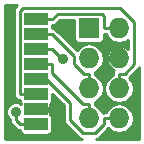
<source format=gtl>
G04 #@! TF.FileFunction,Copper,L1,Top,Signal*
%FSLAX46Y46*%
G04 Gerber Fmt 4.6, Leading zero omitted, Abs format (unit mm)*
G04 Created by KiCad (PCBNEW 4.0.4-stable) date Monday 13 March 2017 'à' 21:28:55*
%MOMM*%
%LPD*%
G01*
G04 APERTURE LIST*
%ADD10C,0.100000*%
%ADD11R,2.000000X1.000000*%
%ADD12R,1.727200X1.727200*%
%ADD13O,1.727200X1.727200*%
%ADD14C,0.889000*%
%ADD15C,0.254000*%
G04 APERTURE END LIST*
D10*
D11*
X56900000Y-44450000D03*
X56900000Y-43180000D03*
X56900000Y-41910000D03*
X56900000Y-40640000D03*
X56900000Y-39370000D03*
X56900000Y-38100000D03*
X56900000Y-36830000D03*
X56900000Y-35560000D03*
D12*
X61400000Y-36350000D03*
D13*
X63940000Y-36350000D03*
X61400000Y-38890000D03*
X63940000Y-38890000D03*
X61400000Y-41430000D03*
X63940000Y-41430000D03*
X61400000Y-43970000D03*
X63940000Y-43970000D03*
D14*
X55200000Y-43413100D03*
X58613700Y-43171400D03*
X59201700Y-38947300D03*
D15*
X56900000Y-44450000D02*
X55518700Y-44450000D01*
X55200000Y-44131300D02*
X55200000Y-43413100D01*
X55518700Y-44450000D02*
X55200000Y-44131300D01*
X58289900Y-43171400D02*
X58281300Y-43180000D01*
X58613700Y-43171400D02*
X58289900Y-43171400D01*
X56900000Y-43180000D02*
X58281300Y-43180000D01*
X56900000Y-38100000D02*
X58281300Y-38100000D01*
X59128600Y-38947300D02*
X59201700Y-38947300D01*
X58281300Y-38100000D02*
X59128600Y-38947300D01*
X60155100Y-38703800D02*
X58281300Y-36830000D01*
X60155100Y-39407100D02*
X60155100Y-38703800D01*
X60933100Y-40185100D02*
X60155100Y-39407100D01*
X61400000Y-40185100D02*
X60933100Y-40185100D01*
X61400000Y-41430000D02*
X61400000Y-40185100D01*
X56900000Y-36830000D02*
X58281300Y-36830000D01*
X55518700Y-34865300D02*
X55518700Y-41910000D01*
X55799900Y-34584100D02*
X55518700Y-34865300D01*
X63988000Y-34584100D02*
X55799900Y-34584100D01*
X65192200Y-35788300D02*
X63988000Y-34584100D01*
X65192200Y-39399700D02*
X65192200Y-35788300D01*
X64406800Y-40185100D02*
X65192200Y-39399700D01*
X63940000Y-40185100D02*
X64406800Y-40185100D01*
X63940000Y-41430000D02*
X63940000Y-40185100D01*
X56900000Y-41910000D02*
X55518700Y-41910000D01*
X58281300Y-40150800D02*
X58281300Y-39370000D01*
X60855600Y-42725100D02*
X58281300Y-40150800D01*
X61400000Y-42725100D02*
X60855600Y-42725100D01*
X61400000Y-43970000D02*
X61400000Y-42725100D01*
X56900000Y-39370000D02*
X58281300Y-39370000D01*
X57770400Y-40640000D02*
X56900000Y-40640000D01*
X59757000Y-42626600D02*
X57770400Y-40640000D01*
X59757000Y-44118300D02*
X59757000Y-42626600D01*
X60872600Y-45233900D02*
X59757000Y-44118300D01*
X61898000Y-45233900D02*
X60872600Y-45233900D01*
X62695100Y-44436800D02*
X61898000Y-45233900D01*
X62695100Y-43970000D02*
X62695100Y-44436800D01*
X63940000Y-43970000D02*
X62695100Y-43970000D01*
X58736300Y-35105000D02*
X58281300Y-35560000D01*
X62461600Y-35105000D02*
X58736300Y-35105000D01*
X62695100Y-35338500D02*
X62461600Y-35105000D01*
X62695100Y-36350000D02*
X62695100Y-35338500D01*
X63940000Y-36350000D02*
X62695100Y-36350000D01*
X56900000Y-35560000D02*
X58281300Y-35560000D01*
G36*
X55159490Y-34506090D02*
X55049369Y-34670897D01*
X55010700Y-34865300D01*
X55010700Y-41910000D01*
X55049369Y-42104403D01*
X55159490Y-42269210D01*
X55324297Y-42379331D01*
X55512821Y-42416831D01*
X55538103Y-42551190D01*
X55621546Y-42680865D01*
X55671400Y-42714929D01*
X55671400Y-42716870D01*
X55668219Y-42713683D01*
X55364923Y-42587743D01*
X55036518Y-42587457D01*
X54733002Y-42712867D01*
X54500583Y-42944881D01*
X54374643Y-43248177D01*
X54374357Y-43576582D01*
X54499767Y-43880098D01*
X54692000Y-44072667D01*
X54692000Y-44131300D01*
X54730669Y-44325703D01*
X54840790Y-44490510D01*
X55159490Y-44809210D01*
X55324297Y-44919331D01*
X55512821Y-44956831D01*
X55538103Y-45091190D01*
X55621546Y-45220865D01*
X55748866Y-45307859D01*
X55900000Y-45338464D01*
X57900000Y-45338464D01*
X58041190Y-45311897D01*
X58170865Y-45228454D01*
X58257859Y-45101134D01*
X58288464Y-44950000D01*
X58288464Y-43950000D01*
X58261897Y-43808810D01*
X58178454Y-43679135D01*
X58128600Y-43645071D01*
X58128600Y-43364150D01*
X58071450Y-43307000D01*
X57027000Y-43307000D01*
X57027000Y-43327000D01*
X56773000Y-43327000D01*
X56773000Y-43307000D01*
X56753000Y-43307000D01*
X56753000Y-43053000D01*
X56773000Y-43053000D01*
X56773000Y-43033000D01*
X57027000Y-43033000D01*
X57027000Y-43053000D01*
X58071450Y-43053000D01*
X58128600Y-42995850D01*
X58128600Y-42715651D01*
X58170865Y-42688454D01*
X58257859Y-42561134D01*
X58288464Y-42410000D01*
X58288464Y-41876484D01*
X59249000Y-42837020D01*
X59249000Y-44118300D01*
X59287669Y-44312703D01*
X59397790Y-44477510D01*
X60513390Y-45593110D01*
X60678197Y-45703231D01*
X60769539Y-45721400D01*
X54278600Y-45721400D01*
X54278600Y-34378600D01*
X55286980Y-34378600D01*
X55159490Y-34506090D01*
X55159490Y-34506090D01*
G37*
X55159490Y-34506090D02*
X55049369Y-34670897D01*
X55010700Y-34865300D01*
X55010700Y-41910000D01*
X55049369Y-42104403D01*
X55159490Y-42269210D01*
X55324297Y-42379331D01*
X55512821Y-42416831D01*
X55538103Y-42551190D01*
X55621546Y-42680865D01*
X55671400Y-42714929D01*
X55671400Y-42716870D01*
X55668219Y-42713683D01*
X55364923Y-42587743D01*
X55036518Y-42587457D01*
X54733002Y-42712867D01*
X54500583Y-42944881D01*
X54374643Y-43248177D01*
X54374357Y-43576582D01*
X54499767Y-43880098D01*
X54692000Y-44072667D01*
X54692000Y-44131300D01*
X54730669Y-44325703D01*
X54840790Y-44490510D01*
X55159490Y-44809210D01*
X55324297Y-44919331D01*
X55512821Y-44956831D01*
X55538103Y-45091190D01*
X55621546Y-45220865D01*
X55748866Y-45307859D01*
X55900000Y-45338464D01*
X57900000Y-45338464D01*
X58041190Y-45311897D01*
X58170865Y-45228454D01*
X58257859Y-45101134D01*
X58288464Y-44950000D01*
X58288464Y-43950000D01*
X58261897Y-43808810D01*
X58178454Y-43679135D01*
X58128600Y-43645071D01*
X58128600Y-43364150D01*
X58071450Y-43307000D01*
X57027000Y-43307000D01*
X57027000Y-43327000D01*
X56773000Y-43327000D01*
X56773000Y-43307000D01*
X56753000Y-43307000D01*
X56753000Y-43053000D01*
X56773000Y-43053000D01*
X56773000Y-43033000D01*
X57027000Y-43033000D01*
X57027000Y-43053000D01*
X58071450Y-43053000D01*
X58128600Y-42995850D01*
X58128600Y-42715651D01*
X58170865Y-42688454D01*
X58257859Y-42561134D01*
X58288464Y-42410000D01*
X58288464Y-41876484D01*
X59249000Y-42837020D01*
X59249000Y-44118300D01*
X59287669Y-44312703D01*
X59397790Y-44477510D01*
X60513390Y-45593110D01*
X60678197Y-45703231D01*
X60769539Y-45721400D01*
X54278600Y-45721400D01*
X54278600Y-34378600D01*
X55286980Y-34378600D01*
X55159490Y-34506090D01*
G36*
X60147936Y-37213600D02*
X60174503Y-37354790D01*
X60257946Y-37484465D01*
X60385266Y-37571459D01*
X60536400Y-37602064D01*
X62263600Y-37602064D01*
X62404790Y-37575497D01*
X62534465Y-37492054D01*
X62621459Y-37364734D01*
X62652064Y-37213600D01*
X62652064Y-36849440D01*
X62695100Y-36858000D01*
X62795037Y-36858000D01*
X63059935Y-37254448D01*
X63463712Y-37524243D01*
X63940000Y-37618983D01*
X64416288Y-37524243D01*
X64684200Y-37345230D01*
X64684200Y-38116957D01*
X64474886Y-37937726D01*
X64235135Y-37838432D01*
X64067000Y-37862771D01*
X64067000Y-38763000D01*
X64087000Y-38763000D01*
X64087000Y-39017000D01*
X64067000Y-39017000D01*
X64067000Y-39037000D01*
X63813000Y-39037000D01*
X63813000Y-39017000D01*
X62912346Y-39017000D01*
X62888419Y-39185137D01*
X63081410Y-39565094D01*
X63405114Y-39842274D01*
X63534138Y-39895710D01*
X63470669Y-39990697D01*
X63432000Y-40185100D01*
X63432000Y-40276946D01*
X63059935Y-40525552D01*
X62790140Y-40929329D01*
X62695400Y-41405617D01*
X62695400Y-41454383D01*
X62790140Y-41930671D01*
X63059935Y-42334448D01*
X63463712Y-42604243D01*
X63940000Y-42698983D01*
X64416288Y-42604243D01*
X64820065Y-42334448D01*
X65089860Y-41930671D01*
X65184600Y-41454383D01*
X65184600Y-41405617D01*
X65089860Y-40929329D01*
X64820065Y-40525552D01*
X64798906Y-40511414D01*
X65551410Y-39758910D01*
X65621400Y-39654164D01*
X65621400Y-45721400D01*
X62001061Y-45721400D01*
X62092403Y-45703231D01*
X62257210Y-45593110D01*
X63026264Y-44824056D01*
X63059935Y-44874448D01*
X63463712Y-45144243D01*
X63940000Y-45238983D01*
X64416288Y-45144243D01*
X64820065Y-44874448D01*
X65089860Y-44470671D01*
X65184600Y-43994383D01*
X65184600Y-43945617D01*
X65089860Y-43469329D01*
X64820065Y-43065552D01*
X64416288Y-42795757D01*
X63940000Y-42701017D01*
X63463712Y-42795757D01*
X63059935Y-43065552D01*
X62795037Y-43462000D01*
X62695100Y-43462000D01*
X62553986Y-43490069D01*
X62549860Y-43469329D01*
X62280065Y-43065552D01*
X61908000Y-42816946D01*
X61908000Y-42725100D01*
X61883060Y-42599718D01*
X62280065Y-42334448D01*
X62549860Y-41930671D01*
X62644600Y-41454383D01*
X62644600Y-41405617D01*
X62549860Y-40929329D01*
X62280065Y-40525552D01*
X61908000Y-40276946D01*
X61908000Y-40185100D01*
X61883060Y-40059718D01*
X62280065Y-39794448D01*
X62549860Y-39390671D01*
X62644600Y-38914383D01*
X62644600Y-38865617D01*
X62590744Y-38594863D01*
X62888419Y-38594863D01*
X62912346Y-38763000D01*
X63813000Y-38763000D01*
X63813000Y-37862771D01*
X63644865Y-37838432D01*
X63405114Y-37937726D01*
X63081410Y-38214906D01*
X62888419Y-38594863D01*
X62590744Y-38594863D01*
X62549860Y-38389329D01*
X62280065Y-37985552D01*
X61876288Y-37715757D01*
X61400000Y-37621017D01*
X60923712Y-37715757D01*
X60519935Y-37985552D01*
X60373872Y-38204151D01*
X58640510Y-36470790D01*
X58475703Y-36360669D01*
X58287179Y-36323169D01*
X58262129Y-36190045D01*
X58287077Y-36066851D01*
X58475703Y-36029331D01*
X58640510Y-35919210D01*
X58946720Y-35613000D01*
X60147936Y-35613000D01*
X60147936Y-37213600D01*
X60147936Y-37213600D01*
G37*
X60147936Y-37213600D02*
X60174503Y-37354790D01*
X60257946Y-37484465D01*
X60385266Y-37571459D01*
X60536400Y-37602064D01*
X62263600Y-37602064D01*
X62404790Y-37575497D01*
X62534465Y-37492054D01*
X62621459Y-37364734D01*
X62652064Y-37213600D01*
X62652064Y-36849440D01*
X62695100Y-36858000D01*
X62795037Y-36858000D01*
X63059935Y-37254448D01*
X63463712Y-37524243D01*
X63940000Y-37618983D01*
X64416288Y-37524243D01*
X64684200Y-37345230D01*
X64684200Y-38116957D01*
X64474886Y-37937726D01*
X64235135Y-37838432D01*
X64067000Y-37862771D01*
X64067000Y-38763000D01*
X64087000Y-38763000D01*
X64087000Y-39017000D01*
X64067000Y-39017000D01*
X64067000Y-39037000D01*
X63813000Y-39037000D01*
X63813000Y-39017000D01*
X62912346Y-39017000D01*
X62888419Y-39185137D01*
X63081410Y-39565094D01*
X63405114Y-39842274D01*
X63534138Y-39895710D01*
X63470669Y-39990697D01*
X63432000Y-40185100D01*
X63432000Y-40276946D01*
X63059935Y-40525552D01*
X62790140Y-40929329D01*
X62695400Y-41405617D01*
X62695400Y-41454383D01*
X62790140Y-41930671D01*
X63059935Y-42334448D01*
X63463712Y-42604243D01*
X63940000Y-42698983D01*
X64416288Y-42604243D01*
X64820065Y-42334448D01*
X65089860Y-41930671D01*
X65184600Y-41454383D01*
X65184600Y-41405617D01*
X65089860Y-40929329D01*
X64820065Y-40525552D01*
X64798906Y-40511414D01*
X65551410Y-39758910D01*
X65621400Y-39654164D01*
X65621400Y-45721400D01*
X62001061Y-45721400D01*
X62092403Y-45703231D01*
X62257210Y-45593110D01*
X63026264Y-44824056D01*
X63059935Y-44874448D01*
X63463712Y-45144243D01*
X63940000Y-45238983D01*
X64416288Y-45144243D01*
X64820065Y-44874448D01*
X65089860Y-44470671D01*
X65184600Y-43994383D01*
X65184600Y-43945617D01*
X65089860Y-43469329D01*
X64820065Y-43065552D01*
X64416288Y-42795757D01*
X63940000Y-42701017D01*
X63463712Y-42795757D01*
X63059935Y-43065552D01*
X62795037Y-43462000D01*
X62695100Y-43462000D01*
X62553986Y-43490069D01*
X62549860Y-43469329D01*
X62280065Y-43065552D01*
X61908000Y-42816946D01*
X61908000Y-42725100D01*
X61883060Y-42599718D01*
X62280065Y-42334448D01*
X62549860Y-41930671D01*
X62644600Y-41454383D01*
X62644600Y-41405617D01*
X62549860Y-40929329D01*
X62280065Y-40525552D01*
X61908000Y-40276946D01*
X61908000Y-40185100D01*
X61883060Y-40059718D01*
X62280065Y-39794448D01*
X62549860Y-39390671D01*
X62644600Y-38914383D01*
X62644600Y-38865617D01*
X62590744Y-38594863D01*
X62888419Y-38594863D01*
X62912346Y-38763000D01*
X63813000Y-38763000D01*
X63813000Y-37862771D01*
X63644865Y-37838432D01*
X63405114Y-37937726D01*
X63081410Y-38214906D01*
X62888419Y-38594863D01*
X62590744Y-38594863D01*
X62549860Y-38389329D01*
X62280065Y-37985552D01*
X61876288Y-37715757D01*
X61400000Y-37621017D01*
X60923712Y-37715757D01*
X60519935Y-37985552D01*
X60373872Y-38204151D01*
X58640510Y-36470790D01*
X58475703Y-36360669D01*
X58287179Y-36323169D01*
X58262129Y-36190045D01*
X58287077Y-36066851D01*
X58475703Y-36029331D01*
X58640510Y-35919210D01*
X58946720Y-35613000D01*
X60147936Y-35613000D01*
X60147936Y-37213600D01*
M02*

</source>
